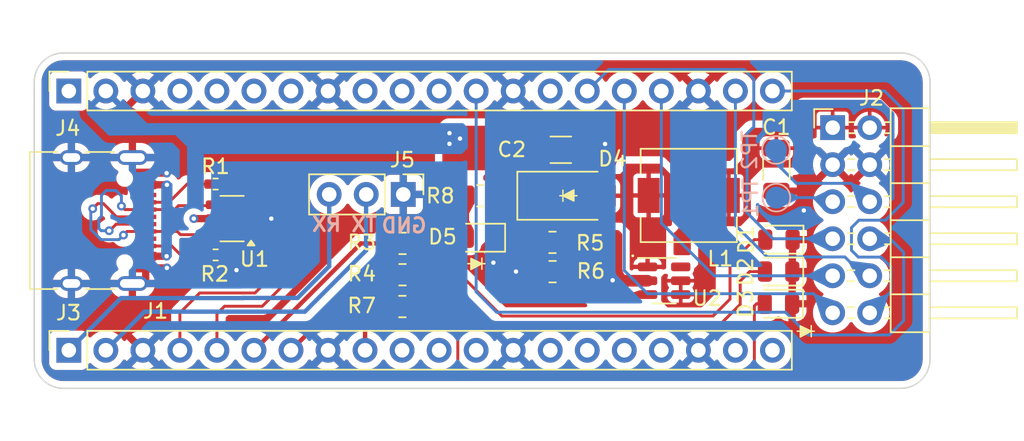
<source format=kicad_pcb>
(kicad_pcb (version 20241229) (generator "pcbnew") (generator_version "9.0")
  (layers (0 "F.Cu" signal) (2 "B.Cu" signal) (13 "F.Paste" user) (15 "B.Paste" user) (5 "F.SilkS" user "F.Silkscreen") (7 "B.SilkS" user "B.Silkscreen") (1 "F.Mask" user) (3 "B.Mask" user) (25 "Edge.Cuts" user))
  (net 0 "")
  (net 1 "GND")
  (net 2 "/MISO")
  (net 3 "Net-(D1-A)")
  (net 4 "/SCK")
  (net 5 "/MOSI")
  (net 6 "Net-(D2-A)")
  (net 7 "Net-(D3-A)")
  (net 8 "3.3V")
  (net 9 "5V")
  (net 10 "/SW_Node")
  (net 11 "Net-(J3-Pin_6)")
  (net 12 "Net-(J3-Pin_7)")
  (net 13 "/IRQn")
  (net 14 "/CSn")
  (net 15 "Net-(D5-A)")
  (net 16 "/CC2")
  (net 17 "/CC1")
  (net 18 "+5V")
  (net 20 "Net-(J1-D+-PadA6)")
  (net 21 "Net-(J1-D--PadA7)")
  (net 23 "Net-(J2-Pin_6)")
  (net 24 "Net-(J2-Pin_5)")
  (net 25 "/SPARE")
  (net 28 "Net-(J3-Pin_9)")
  (net 29 "/UART_RX")
  (net 30 "/UART_TX")
  (net 47 "Net-(U2-FBK)")
  (net 48 "/UP_D+")
  (net 49 "/UP_D-")
  (footprint "Resistor_SMD:R_0805_2012Metric" (layer "F.Cu") (at 147.7375 92.34)
    (property "Reference" "R3" (at -2.7925 -0.06 0) (layer "F.SilkS"))
    (property "Value" "1k2" (hide yes))
    (pad "1" smd roundrect (at -0.9125 0) (size 1.025 1.4) (layers "F.Cu" "F.Mask" "F.Paste") (roundrect_rratio 0.243902) (net 11 "Net-(J3-Pin_6)"))
    (pad "2" smd roundrect (at 0.9125 0) (size 1.025 1.4) (layers "F.Cu" "F.Mask" "F.Paste") (roundrect_rratio 0.243902) (net 3 "Net-(D1-A)"))
  )
  (footprint "LED_SMD:LED_0805_2012Metric" (layer "F.Cu") (at 153.09 91.95 180)
    (property "Reference" "D5" (at 2.61 0.06 0) (layer "F.SilkS"))
    (property "Value" "green")
    (pad "1" smd roundrect (at -0.9375 0 180) (size 0.975 1.4) (layers "F.Cu" "F.Mask" "F.Paste") (net 1 "GND"))
    (pad "2" smd roundrect (at 0.9375 0 180) (size 0.975 1.4) (layers "F.Cu" "F.Mask" "F.Paste") (net 15 "Net-(D5-A)"))
  )
  (footprint "Resistor_SMD:R_0805_2012Metric" (layer "F.Cu") (at 158.03 94.28 180)
    (property "Reference" "R6" (at -2.624329 0.03847 0) (layer "F.SilkS"))
    (property "Value" "30k")
    (pad "1" smd roundrect (at -0.9125 0 180) (size 1.025 1.4) (layers "F.Cu" "F.Mask" "F.Paste") (roundrect_rratio 0.243902439) (net 47 "Net-(U2-FBK)"))
    (pad "2" smd roundrect (at 0.9125 0 180) (size 1.025 1.4) (layers "F.Cu" "F.Mask" "F.Paste") (roundrect_rratio 0.243902439) (net 1 "GND"))
  )
  (footprint "Connector_PinSocket_2.54mm:PinSocket_1x20_P2.54mm_Vertical" (layer "F.Cu") (at 124.85 81.89 90)
    (property "Reference" "J4" (at -2.55 -0.07 180) (layer "F.SilkS"))
    (property "Value" "Conn_01x20_Pin")
    (pad "1" thru_hole rect (at 0 0 90) (size 1.7 1.7) (drill 1) (layers "*.Cu" "*.Mask"))
    (pad "2" thru_hole oval (at 0 2.54 90) (size 1.7 1.7) (drill 1) (layers "*.Cu" "*.Mask") (net 9 "5V"))
    (pad "3" thru_hole oval (at 0 5.08 90) (size 1.7 1.7) (drill 1) (layers "*.Cu" "*.Mask") (net 1 "GND"))
    (pad "4" thru_hole oval (at 0 7.62 90) (size 1.7 1.7) (drill 1) (layers "*.Cu" "*.Mask"))
    (pad "5" thru_hole oval (at 0 10.16 90) (size 1.7 1.7) (drill 1) (layers "*.Cu" "*.Mask"))
    (pad "6" thru_hole oval (at 0 12.7 90) (size 1.7 1.7) (drill 1) (layers "*.Cu" "*.Mask"))
    (pad "7" thru_hole oval (at 0 15.24 90) (size 1.7 1.7) (drill 1) (layers "*.Cu" "*.Mask"))
    (pad "8" thru_hole oval (at 0 17.78 90) (size 1.7 1.7) (drill 1) (layers "*.Cu" "*.Mask") (net 1 "GND"))
    (pad "9" thru_hole oval (at 0 20.32 90) (size 1.7 1.7) (drill 1) (layers "*.Cu" "*.Mask"))
    (pad "10" thru_hole oval (at 0 22.86 90) (size 1.7 1.7) (drill 1) (layers "*.Cu" "*.Mask"))
    (pad "11" thru_hole oval (at 0 25.4 90) (size 1.7 1.7) (drill 1) (layers "*.Cu" "*.Mask"))
    (pad "12" thru_hole oval (at 0 27.94 90) (size 1.7 1.7) (drill 1) (layers "*.Cu" "*.Mask") (net 13 "/IRQn"))
    (pad "13" thru_hole oval (at 0 30.48 90) (size 1.7 1.7) (drill 1) (layers "*.Cu" "*.Mask") (net 1 "GND"))
    (pad "14" thru_hole oval (at 0 33.02 90) (size 1.7 1.7) (drill 1) (layers "*.Cu" "*.Mask"))
    (pad "15" thru_hole oval (at 0 35.56 90) (size 1.7 1.7) (drill 1) (layers "*.Cu" "*.Mask") (net 25 "/SPARE"))
    (pad "16" thru_hole oval (at 0 38.1 90) (size 1.7 1.7) (drill 1) (layers "*.Cu" "*.Mask") (net 5 "/MOSI"))
    (pad "17" thru_hole oval (at 0 40.64 90) (size 1.7 1.7) (drill 1) (layers "*.Cu" "*.Mask") (net 4 "/SCK"))
    (pad "18" thru_hole oval (at 0 43.18 90) (size 1.7 1.7) (drill 1) (layers "*.Cu" "*.Mask") (net 1 "GND"))
    (pad "19" thru_hole oval (at 0 45.72 90) (size 1.7 1.7) (drill 1) (layers "*.Cu" "*.Mask") (net 14 "/CSn"))
    (pad "20" thru_hole oval (at 0 48.26 90) (size 1.7 1.7) (drill 1) (layers "*.Cu" "*.Mask") (net 2 "/MISO"))
  )
  (footprint "Connector_PinHeader_2.54mm:PinHeader_1x03_P2.54mm_Vertical" (layer "F.Cu") (at 147.79 88.98 -90)
    (property "Reference" "J5" (at -2.37 0.06 0) (layer "F.SilkS"))
    (property "Value" "Conn_01x03_Pin")
    (pad "1" thru_hole rect (at 0 0 270) (size 1.7 1.7) (drill 1) (layers "*.Cu" "*.Mask") (net 1 "GND"))
    (pad "2" thru_hole circle (at 0 2.54 270) (size 1.7 1.7) (drill 1) (layers "*.Cu" "*.Mask") (net 30 "/UART_TX"))
    (pad "3" thru_hole circle (at 0 5.08 270) (size 1.7 1.7) (drill 1) (layers "*.Cu" "*.Mask") (net 29 "/UART_RX"))
  )
  (footprint "LED_SMD:LED_0805_2012Metric" (layer "F.Cu") (at 173.52 96.48 180)
    (property "Reference" "D3" (at 2.25 0.01 90) (layer "F.SilkS"))
    (property "Value" "green")
    (pad "1" smd roundrect (at -0.9375 0 180) (size 0.975 1.4) (layers "F.Cu" "F.Mask" "F.Paste") (net 1 "GND"))
    (pad "2" smd roundrect (at 0.9375 0 180) (size 0.975 1.4) (layers "F.Cu" "F.Mask" "F.Paste") (net 7 "Net-(D3-A)"))
  )
  (footprint "Connector_PinHeader_2.54mm:PinHeader_2x06_P2.54mm_Horizontal" (layer "F.Cu") (at 177.24 84.4)
    (property "Reference" "J2" (at 2.66 -2.03 0) (layer "F.SilkS"))
    (property "Value" "PMOD")
    (pad "1" thru_hole rect (at 0 0) (size 1.7 1.7) (drill 1) (layers "*.Cu" "*.Mask") (net 8 "3.3V"))
    (pad "2" thru_hole oval (at 2.54 0) (size 1.7 1.7) (drill 1) (layers "*.Cu" "*.Mask") (net 8 "3.3V"))
    (pad "3" thru_hole oval (at 0 2.54) (size 1.7 1.7) (drill 1) (layers "*.Cu" "*.Mask") (net 1 "GND"))
    (pad "4" thru_hole oval (at 2.54 2.54) (size 1.7 1.7) (drill 1) (layers "*.Cu" "*.Mask") (net 1 "GND"))
    (pad "5" thru_hole oval (at 0 5.08) (size 1.7 1.7) (drill 1) (layers "*.Cu" "*.Mask") (net 24 "Net-(J2-Pin_5)"))
    (pad "6" thru_hole oval (at 2.54 5.08) (size 1.7 1.7) (drill 1) (layers "*.Cu" "*.Mask") (net 23 "Net-(J2-Pin_6)"))
    (pad "7" thru_hole oval (at 0 7.62) (size 1.7 1.7) (drill 1) (layers "*.Cu" "*.Mask") (net 25 "/SPARE"))
    (pad "8" thru_hole oval (at 2.54 7.62) (size 1.7 1.7) (drill 1) (layers "*.Cu" "*.Mask") (net 13 "/IRQn"))
    (pad "9" thru_hole oval (at 0 10.16) (size 1.7 1.7) (drill 1) (layers "*.Cu" "*.Mask") (net 4 "/SCK"))
    (pad "10" thru_hole oval (at 2.54 10.16) (size 1.7 1.7) (drill 1) (layers "*.Cu" "*.Mask") (net 14 "/CSn"))
    (pad "11" thru_hole oval (at 0 12.7) (size 1.7 1.7) (drill 1) (layers "*.Cu" "*.Mask") (net 5 "/MOSI"))
    (pad "12" thru_hole oval (at 2.54 12.7) (size 1.7 1.7) (drill 1) (layers "*.Cu" "*.Mask") (net 2 "/MISO"))
  )
  (footprint "Package_TO_SOT_SMD:SOT-23-6" (layer "F.Cu") (at 136.0475 90.64 180)
    (property "Reference" "U1" (at -1.5325 -2.78 0) (layer "F.SilkS"))
    (property "Value" "USBLC6-2SC6")
    (pad "1" smd roundrect (at -1.1375 -0.95 180) (size 1.325 0.6) (layers "F.Cu" "F.Mask" "F.Paste") (net 48 "/UP_D+"))
    (pad "2" smd roundrect (at -1.1375 0 180) (size 1.325 0.6) (layers "F.Cu" "F.Mask" "F.Paste") (net 1 "GND"))
    (pad "3" smd roundrect (at -1.1375 0.95 180) (size 1.325 0.6) (layers "F.Cu" "F.Mask" "F.Paste") (net 49 "/UP_D-"))
    (pad "4" smd roundrect (at 1.1375 0.95 180) (size 1.325 0.6) (layers "F.Cu" "F.Mask" "F.Paste") (net 21 "Net-(J1-D--PadA7)"))
    (pad "5" smd roundrect (at 1.1375 0 180) (size 1.325 0.6) (layers "F.Cu" "F.Mask" "F.Paste") (net 18 "+5V"))
    (pad "6" smd roundrect (at 1.1375 -0.95 180) (size 1.325 0.6) (layers "F.Cu" "F.Mask" "F.Paste") (net 20 "Net-(J1-D+-PadA6)"))
  )
  (footprint "Resistor_SMD:R_0805_2012Metric" (layer "F.Cu") (at 153.075 89.07 180)
    (property "Reference" "R8" (at 2.745 -0.01 0) (layer "F.SilkS"))
    (property "Value" "1k2")
    (pad "1" smd roundrect (at -0.9125 0 180) (size 1.025 1.4) (layers "F.Cu" "F.Mask" "F.Paste") (roundrect_rratio 0.243902439) (net 9 "5V"))
    (pad "2" smd roundrect (at 0.9125 0 180) (size 1.025 1.4) (layers "F.Cu" "F.Mask" "F.Paste") (roundrect_rratio 0.243902439) (net 15 "Net-(D5-A)"))
  )
  (footprint "LED_SMD:LED_0805_2012Metric" (layer "F.Cu") (at 173.535 94.27 180)
    (property "Reference" "D2" (at 2.27 -0.02 90) (layer "F.SilkS"))
    (property "Value" "green")
    (pad "1" smd roundrect (at -0.9375 0 180) (size 0.975 1.4) (layers "F.Cu" "F.Mask" "F.Paste") (net 1 "GND"))
    (pad "2" smd roundrect (at 0.9375 0 180) (size 0.975 1.4) (layers "F.Cu" "F.Mask" "F.Paste") (net 6 "Net-(D2-A)"))
  )
  (footprint "Inductor_SMD:L_6.3x6.3_H3" (layer "F.Cu") (at 167.37 89.05 180)
    (property "Reference" "L1" (at -2.16 -4.34 0) (layer "F.SilkS"))
    (property "Value" "4.7uH" (hide yes))
    (pad "1" smd rect (at -2.75 0 180) (size 1.5 2.4) (layers "F.Cu" "F.Mask" "F.Paste") (net 8 "3.3V"))
    (pad "2" smd rect (at 2.75 0 180) (size 1.5 2.4) (layers "F.Cu" "F.Mask" "F.Paste") (net 10 "/SW_Node"))
  )
  (footprint "Resistor_SMD:R_0805_2012Metric" (layer "F.Cu") (at 147.7375 94.49)
    (property "Reference" "R4" (at -2.7925 -0.06 0) (layer "F.SilkS"))
    (property "Value" "1k2" (hide yes))
    (pad "1" smd roundrect (at -0.9125 0) (size 1.025 1.4) (layers "F.Cu" "F.Mask" "F.Paste") (roundrect_rratio 0.243902) (net 12 "Net-(J3-Pin_7)"))
    (pad "2" smd roundrect (at 0.9125 0) (size 1.025 1.4) (layers "F.Cu" "F.Mask" "F.Paste") (roundrect_rratio 0.243902) (net 6 "Net-(D2-A)"))
  )
  (footprint "Resistor_SMD:R_0402_1005Metric" (layer "F.Cu") (at 134.92 93.13)
    (property "Reference" "R2" (at -0.06 1.31 0) (layer "F.SilkS"))
    (property "Value" "5k1")
    (pad "1" smd roundrect (at -0.51 0) (size 0.54 0.64) (layers "F.Cu" "F.Mask" "F.Paste") (net 16 "/CC2"))
    (pad "2" smd roundrect (at 0.51 0) (size 0.54 0.64) (layers "F.Cu" "F.Mask" "F.Paste") (net 1 "GND"))
  )
  (footprint "Connector_PinSocket_2.54mm:PinSocket_1x20_P2.54mm_Vertical" (layer "F.Cu") (at 124.85 99.67 90)
    (property "Reference" "J3" (at 2.57 -0.02 180) (layer "F.SilkS"))
    (property "Value" "Conn_01x20_Pin")
    (pad "1" thru_hole rect (at 0 0 90) (size 1.7 1.7) (drill 1) (layers "*.Cu" "*.Mask") (net 29 "/UART_RX"))
    (pad "2" thru_hole oval (at 0 2.54 90) (size 1.7 1.7) (drill 1) (layers "*.Cu" "*.Mask") (net 30 "/UART_TX"))
    (pad "3" thru_hole oval (at 0 5.08 90) (size 1.7 1.7) (drill 1) (layers "*.Cu" "*.Mask") (net 1 "GND"))
    (pad "4" thru_hole oval (at 0 7.62 90) (size 1.7 1.7) (drill 1) (layers "*.Cu" "*.Mask") (net 48 "/UP_D+"))
    (pad "5" thru_hole oval (at 0 10.16 90) (size 1.7 1.7) (drill 1) (layers "*.Cu" "*.Mask") (net 49 "/UP_D-"))
    (pad "6" thru_hole oval (at 0 12.7 90) (size 1.7 1.7) (drill 1) (layers "*.Cu" "*.Mask") (net 11 "Net-(J3-Pin_6)"))
    (pad "7" thru_hole oval (at 0 15.24 90) (size 1.7 1.7) (drill 1) (layers "*.Cu" "*.Mask") (net 12 "Net-(J3-Pin_7)"))
    (pad "8" thru_hole oval (at 0 17.78 90) (size 1.7 1.7) (drill 1) (layers "*.Cu" "*.Mask") (net 1 "GND"))
    (pad "9" thru_hole oval (at 0 20.32 90) (size 1.7 1.7) (drill 1) (layers "*.Cu" "*.Mask") (net 28 "Net-(J3-Pin_9)"))
    (pad "10" thru_hole oval (at 0 22.86 90) (size 1.7 1.7) (drill 1) (layers "*.Cu" "*.Mask"))
    (pad "11" thru_hole oval (at 0 25.4 90) (size 1.7 1.7) (drill 1) (layers "*.Cu" "*.Mask"))
    (pad "12" thru_hole oval (at 0 27.94 90) (size 1.7 1.7) (drill 1) (layers "*.Cu" "*.Mask"))
    (pad "13" thru_hole oval (at 0 30.48 90) (size 1.7 1.7) (drill 1) (layers "*.Cu" "*.Mask") (net 1 "GND"))
    (pad "14" thru_hole oval (at 0 33.02 90) (size 1.7 1.7) (drill 1) (layers "*.Cu" "*.Mask"))
    (pad "15" thru_hole oval (at 0 35.56 90) (size 1.7 1.7) (drill 1) (layers "*.Cu" "*.Mask"))
    (pad "16" thru_hole oval (at 0 38.1 90) (size 1.7 1.7) (drill 1) (layers "*.Cu" "*.Mask"))
    (pad "17" thru_hole oval (at 0 40.64 90) (size 1.7 1.7) (drill 1) (layers "*.Cu" "*.Mask"))
    (pad "18" thru_hole oval (at 0 43.18 90) (size 1.7 1.7) (drill 1) (layers "*.Cu" "*.Mask") (net 1 "GND"))
    (pad "19" thru_hole oval (at 0 45.72 90) (size 1.7 1.7) (drill 1) (layers "*.Cu" "*.Mask"))
    (pad "20" thru_hole oval (at 0 48.26 90) (size 1.7 1.7) (drill 1) (layers "*.Cu" "*.Mask"))
  )
  (footprint "Resistor_SMD:R_0805_2012Metric" (layer "F.Cu") (at 158.0225 92.27)
    (property "Reference" "R5" (at 2.581829 0.04153 0) (layer "F.SilkS"))
    (property "Value" "220k")
    (pad "1" smd roundrect (at -0.9125 0) (size 1.025 1.4) (layers "F.Cu" "F.Mask" "F.Paste") (roundrect_rratio 0.243902439) (net 9 "5V"))
    (pad "2" smd roundrect (at 0.9125 0) (size 1.025 1.4) (layers "F.Cu" "F.Mask" "F.Paste") (roundrect_rratio 0.243902439) (net 47 "Net-(U2-FBK)"))
  )
  (footprint "Diode_SMD:D_SMA" (layer "F.Cu") (at 159.12 89.07)
    (property "Reference" "D4" (at 3.02 -2.53 0) (layer "F.SilkS"))
    (property "Value" "SS34")
    (pad "1" smd roundrect (at -2 0) (size 2.5 1.8) (layers "F.Cu" "F.Mask" "F.Paste") (roundrect_rratio 0.1388888889) (net 9 "5V"))
    (pad "2" smd roundrect (at 2 0) (size 2.5 1.8) (layers "F.Cu" "F.Mask" "F.Paste") (roundrect_rratio 0.1388888889) (net 10 "/SW_Node"))
  )
  (footprint "Resistor_SMD:R_0805_2012Metric" (layer "F.Cu") (at 147.7275 96.67)
    (property "Reference" "R7" (at -2.7925 -0.06 0) (layer "F.SilkS"))
    (property "Value" "1k2" (hide yes))
    (pad "1" smd roundrect (at -0.9125 0) (size 1.025 1.4) (layers "F.Cu" "F.Mask" "F.Paste") (roundrect_rratio 0.243902) (net 28 "Net-(J3-Pin_9)"))
    (pad "2" smd roundrect (at 0.9125 0) (size 1.025 1.4) (layers "F.Cu" "F.Mask" "F.Paste") (roundrect_rratio 0.243902) (net 7 "Net-(D3-A)"))
  )
  (footprint "Capacitor_SMD:C_1206_3216Metric" (layer "F.Cu") (at 158.595 85.92)
    (property "Reference" "C2" (at -3.365 -0.02 180) (layer "F.SilkS"))
    (property "Value" "22uF" (hide yes))
    (pad "1" smd roundrect (at -1.475 0) (size 1.15 1.8) (layers "F.Cu" "F.Mask" "F.Paste") (roundrect_rratio 0.2173913043) (net 9 "5V"))
    (pad "2" smd roundrect (at 1.475 0) (size 1.15 1.8) (layers "F.Cu" "F.Mask" "F.Paste") (roundrect_rratio 0.2173913043) (net 1 "GND"))
  )
  (footprint "LED_SMD:LED_0805_2012Metric" (layer "F.Cu") (at 173.555 92.08 180)
    (property "Reference" "D1" (at 2.255 -0.01 90) (layer "F.SilkS"))
    (property "Value" "green")
    (pad "1" smd roundrect (at -0.9375 0 180) (size 0.975 1.4) (layers "F.Cu" "F.Mask" "F.Paste") (net 1 "GND"))
    (pad "2" smd roundrect (at 0.9375 0 180) (size 0.975 1.4) (layers "F.Cu" "F.Mask" "F.Paste") (net 3 "Net-(D1-A)"))
  )
  (footprint "Package_TO_SOT_SMD:SOT-23-6" (layer "F.Cu") (at 165.6825 94.9)
    (property "Reference" "U2" (at 2.9525 1.2 0) (layer "F.SilkS"))
    (property "Value" "EA2208" (hide yes))
    (pad "1" smd roundrect (at -1.1375 -0.95) (size 1.325 0.6) (layers "F.Cu" "F.Mask" "F.Paste") (net 10 "/SW_Node"))
    (pad "2" smd roundrect (at -1.1375 0) (size 1.325 0.6) (layers "F.Cu" "F.Mask" "F.Paste") (net 1 "GND"))
    (pad "3" smd roundrect (at -1.1375 0.95) (size 1.325 0.6) (layers "F.Cu" "F.Mask" "F.Paste") (net 47 "Net-(U2-FBK)"))
    (pad "4" smd roundrect (at 1.1375 0.95) (size 1.325 0.6) (layers "F.Cu" "F.Mask" "F.Paste") (net 8 "3.3V"))
    (pad "5" smd roundrect (at 1.1375 0) (size 1.325 0.6) (layers "F.Cu" "F.Mask" "F.Paste") (net 8 "3.3V"))
    (pad "6" smd roundrect (at 1.1375 -0.95) (size 1.325 0.6) (layers "F.Cu" "F.Mask" "F.Paste"))
  )
  (footprint "Connector_USB:USB_C_Receptacle_HRO_TYPE-C-31-M-12" (layer "F.Cu") (at 126.08 90.77 -90)
    (property "Reference" "J1" (at 6.21 -4.72 0) (layer "F.SilkS"))
    (property "Value" "USB_C_Receptacle_USB2.0")
    (pad "" np_thru_hole circle (at -2.89 -2.6 270) (size 0.65 0.65) (drill 0.65) (layers "*.Cu" "*.Mask"))
    (pad "" np_thru_hole circle (at 2.89 -2.6 270) (size 0.65 0.65) (drill 0.65) (layers "*.Cu" "*.Mask"))
    (pad "A1" smd rect (at -3.25 -4.045 270) (size 0.6 1.45) (layers "F.Cu" "F.Mask" "F.Paste") (net 1 "GND"))
    (pad "A4" smd rect (at -2.45 -4.045 270) (size 0.6 1.45) (layers "F.Cu" "F.Mask" "F.Paste") (net 9 "5V"))
    (pad "A5" smd rect (at -1.25 -4.045 270) (size 0.3 1.45) (layers "F.Cu" "F.Mask" "F.Paste") (net 17 "/CC1"))
    (pad "A6" smd rect (at -0.25 -4.045 270) (size 0.3 1.45) (layers "F.Cu" "F.Mask" "F.Paste") (net 20 "Net-(J1-D+-PadA6)"))
    (pad "A7" smd rect (at 0.25 -4.045 270) (size 0.3 1.45) (layers "F.Cu" "F.Mask" "F.Paste") (net 21 "Net-(J1-D--PadA7)"))
    (pad "A8" smd rect (at 1.25 -4.045 270) (size 0.3 1.45) (layers "F.Cu" "F.Mask" "F.Paste"))
    (pad "A9" smd rect (at 2.45 -4.045 270) (size 0.6 1.45) (layers "F.Cu" "F.Mask" "F.Paste") (net 9 "5V"))
    (pad "A12" smd rect (at 3.25 -4.045 270) (size 0.6 1.45) (layers "F.Cu" "F.Mask" "F.Paste") (net 1 "GND"))
    (pad "B1" smd rect (at 3.25 -4.045 270) (size 0.6 1.45) (layers "F.Cu" "F.Mask" "F.Paste") (net 1 "GND"))
    (pad "B4" smd rect (at 2.45 -4.045 270) (size 0.6 1.45) (layers "F.Cu" "F.Mask" "F.Paste") (net 9 "5V"))
    (pad "B5" smd rect (at 1.75 -4.045 270) (size 0.3 1.45) (layers "F.Cu" "F.Mask" "F.Paste") (net 16 "/CC2"))
    (pad "B6" smd rect (at 0.75 -4.045 270) (size 0.3 1.45) (layers "F.Cu" "F.Mask" "F.Paste") (net 20 "Net-(J1-D+-PadA6)"))
    (pad "B7" smd rect (at -0.75 -4.045 270) (size 0.3 1.45) (layers "F.Cu" "F.Mask" "F.Paste") (net 21 "Net-(J1-D--PadA7)"))
    (pad "B8" smd rect (at -1.75 -4.045 270) (size 0.3 1.45) (layers "F.Cu" "F.Mask" "F.Paste"))
    (pad "B9" smd rect (at -2.45 -4.045 270) (size 0.6 1.45) (layers "F.Cu" "F.Mask" "F.Paste") (net 9 "5V"))
    (pad "B12" smd rect (at -3.25 -4.045 270) (size 0.6 1.45) (layers "F.Cu" "F.Mask" "F.Paste") (net 1 "GND"))
    (pad "S1" thru_hole oval (at -4.32 -3.13 270) (size 1 2.1) (drill oval 0.6 1.7) (property pad_prop_heatsink) (layers "*.Cu" "*.Mask") (net 1 "GND"))
    (pad "S1" thru_hole oval (at -4.32 1.05 270) (size 1 1.6) (drill oval 0.6 1.2) (property pad_prop_heatsink) (layers "*.Cu" "*.Mask") (net 1 "GND"))
    (pad "S1" thru_hole oval (at 4.32 -3.13 270) (size 1 2.1) (drill oval 0.6 1.7) (property pad_prop_heatsink) (layers "*.Cu" "*.Mask") (net 1 "GND"))
    (pad "S1" thru_hole oval (at 4.32 1.05 270) (size 1 1.6) (drill oval 0.6 1.2) (property pad_prop_heatsink) (layers "*.Cu" "*.Mask") (net 1 "GND"))
  )
  (footprint "Capacitor_SMD:C_1206_3216Metric" (layer "F.Cu") (at 173.38 87.285 -90)
    (property "Reference" "C1" (at -2.91 0 0) (layer "F.SilkS"))
    (property "Value" "22uF")
    (pad "1" smd roundrect (at -1.475 0 270) (size 1.15 1.8) (layers "F.Cu" "F.Mask" "F.Paste") (roundrect_rratio 0.2173913043) (net 8 "3.3V"))
    (pad "2" smd roundrect (at 1.475 0 270) (size 1.15 1.8) (layers "F.Cu" "F.Mask" "F.Paste") (roundrect_rratio 0.2173913043) (net 1 "GND"))
  )
  (footprint "Resistor_SMD:R_0402_1005Metric" (layer "F.Cu") (at 134.92 88.27)
    (property "Reference" "R1" (at -0.01 -1.21 0) (layer "F.SilkS"))
    (property "Value" "5k1")
    (pad "1" smd roundrect (at -0.51 0) (size 0.54 0.64) (layers "F.Cu" "F.Mask" "F.Paste") (net 17 "/CC1"))
    (pad "2" smd roundrect (at 0.51 0) (size 0.54 0.64) (layers "F.Cu" "F.Mask" "F.Paste") (net 1 "GND"))
  )
  (footprint "TestPoint:TestPoint_Pad_D1.5mm" (layer "B.Cu") (at 173.35 85.93 180)
    (property "Reference" "TP2" (hide yes))
    (property "Value" "TestPoint")
    (fp_text user "${REFERENCE}" (at 1.81 -0.02 90) (layer "B.SilkS") (effects (justify mirror)))
    (pad "1" smd circle (at 0 0 180) (size 1.5 1.5) (layers "B.Cu" "B.Mask") (net 23 "Net-(J2-Pin_6)"))
  )
  (footprint "TestPoint:TestPoint_Pad_D1.5mm" (layer "B.Cu") (at 173.38 89.2 180)
    (property "Reference" "TP1" (hide yes))
    (property "Value" "TestPoint" (hide yes))
    (fp_text user "${REFERENCE}" (at 1.77 -0.02 90) (layer "B.SilkS") (effects (justify mirror)))
    (pad "1" smd circle (at 0 0 180) (size 1.5 1.5) (layers "B.Cu" "B.Mask") (net 24 "Net-(J2-Pin_5)"))
  )
  (gr_line (start 175.98 98.36) (end 174.81 98.36) (stroke (width 0.1)) (layer "F.SilkS"))
  (gr_poly (pts (xy 153.18 93.73) (xy 152.43 94.13) (xy 152.43 93.37)) (stroke (width 0.1)) (fill yes) (layer "F.SilkS"))
  (gr_line (start 153.39 93.73) (end 152.22 93.73) (stroke (width 0.1)) (layer "F.SilkS"))
  (gr_line (start 175.77 98.74) (end 175.77 97.98) (stroke (width 0.1)) (layer "F.SilkS"))
  (gr_circle (center 163.53 93.19) (end 163.5 93.15) (stroke (width 0.1)) (fill no) (layer "F.SilkS"))
  (gr_poly (pts (xy 175.77 98.36) (xy 175.02 98.76) (xy 175.02 98)) (stroke (width 0.1)) (fill yes) (layer "F.SilkS"))
  (gr_line (start 158.53 89.07) (end 159.7 89.07) (stroke (width 0.1)) (layer "F.SilkS"))
  (gr_line (start 158.74 88.69) (end 158.74 89.45) (stroke (width 0.1)) (layer "F.SilkS"))
  (gr_poly (pts (xy 158.74 89.07) (xy 159.49 88.67) (xy 159.49 89.43)) (stroke (width 0.1)) (fill yes) (layer "F.SilkS"))
  (gr_line (start 153.18 94.11) (end 153.18 93.35) (stroke (width 0.1)) (layer "F.SilkS"))
  (gr_line (start 122.48 100.28) (end 122.48 81.28) (stroke (width 0.1)) (layer "Edge.Cuts"))
  (gr_arc (start 183.915786 100.28) (mid 183.33 101.694214) (end 181.915786 102.28) (stroke (width 0.1)) (layer "Edge.Cuts"))
  (gr_arc (start 181.915786 79.28) (mid 183.33 79.865786) (end 183.915786 81.28) (stroke (width 0.1)) (layer "Edge.Cuts"))
  (gr_line (start 183.915786 81.28) (end 183.915786 100.28) (stroke (width 0.1)) (layer "Edge.Cuts"))
  (gr_line (start 124.48 102.28) (end 181.915786 102.279985) (stroke (width 0.1)) (layer "Edge.Cuts"))
  (gr_arc (start 124.48 102.28) (mid 123.065786 101.694214) (end 122.48 100.28) (stroke (width 0.1)) (layer "Edge.Cuts"))
  (gr_line (start 124.48 79.28) (end 181.915786 79.28) (stroke (width 0.1)) (layer "Edge.Cuts"))
  (gr_arc (start 122.48 81.28) (mid 123.065786 79.865786) (end 124.48 79.28) (stroke (width 0.1)) (layer "Edge.Cuts"))
  (gr_text "TX\n" (at 146.1 91.62 0) (layer "B.SilkS") (effects (font (size 1 1) (thickness 0.2) (bold yes)) (justify left bottom mirror)))
  (gr_text "GND" (at 149.5 91.7 0) (layer "B.SilkS") (effects (font (size 1 1) (thickness 0.2) (bold yes)) (justify left bottom mirror)))
  (gr_text "RX" (at 143.64 91.6 0) (layer "B.SilkS") (effects (font (size 1 1) (thickness 0.2) (bold yes)) (justify left bottom mirror)))
  (segment (start 164.545 94.9) (end 162.18 94.9) (width 0.8) (layer "F.Cu") (net 1))
  (segment (start 137.185 90.64) (end 138.74 90.64) (width 0.5) (layer "F.Cu") (net 1))
  (segment (start 154.0275 93.6025) (end 153.97 93.66) (width 0.3) (layer "F.Cu") (net 1))
  (segment (start 162.18 94.9) (end 162.15 94.87) (width 0.8) (layer "F.Cu") (net 1))
  (segment (start 130.125 94.02) (end 131.58 94.02) (width 0.5) (layer "F.Cu") (net 1))
  (segment (start 130.125 87.52) (end 131.56 87.52) (width 0.5) (layer "F.Cu") (net 1))
  (via (at 136.35 94.17) (size 0.6) (drill 0.3) (layers "F.Cu" "B.Cu") (net 1))
  (via (at 175.26 90.08) (size 0.6) (drill 0.3) (layers "F.Cu" "B.Cu") (net 1))
  (via (at 131.58 94.02) (size 0.6) (drill 0.3) (layers "F.Cu" "B.Cu") (net 1))
  (via (at 161.63 85.52) (size 0.6) (drill 0.3) (layers "F.Cu" "B.Cu") (net 1))
  (via (at 162.15 94.87) (size 0.6) (drill 0.3) (layers "F.Cu" "B.Cu") (net 1))
  (via (at 153.97 93.66) (size 0.6) (drill 0.3) (layers "F.Cu" "B.Cu") (net 1))
  (via (at 131.56 87.52) (size 0.6) (drill 0.3) (layers "F.Cu" "B.Cu") (net 1))
  (via (at 155.52 94.27) (size 0.6) (drill 0.3) (layers "F.Cu" "B.Cu") (net 1))
  (via (at 138.74 90.64) (size 0.6) (drill 0.3) (layers "F.Cu" "B.Cu") (net 1))
  (segment (start 182.08 89.53) (end 182.08 83.16) (width 0.2) (layer "B.Cu") (net 2))
  (segment (start 182.08 83.16) (end 180.81 81.89) (width 0.2) (layer "B.Cu") (net 2))
  (segment (start 178.53 91.26) (end 179.04 90.75) (width 0.2) (layer "B.Cu") (net 2))
  (segment (start 180.57 93.28) (end 179 93.28) (width 0.2) (layer "B.Cu") (net 2))
  (segment (start 181.23 93.94) (end 180.57 93.28) (width 0.2) (layer "B.Cu") (net 2))
  (segment (start 179.78 97.1) (end 181.23 95.65) (width 0.2) (layer "B.Cu") (net 2))
  (segment (start 179 93.28) (end 178.53 92.81) (width 0.2) (layer "B.Cu") (net 2))
  (segment (start 180.81 81.89) (end 173.11 81.89) (width 0.2) (layer "B.Cu") (net 2))
  (segment (start 181.23 95.65) (end 181.23 93.94) (width 0.2) (layer "B.Cu") (net 2))
  (segment (start 179.04 90.75) (end 180.86 90.75) (width 0.2) (layer "B.Cu") (net 2))
  (segment (start 180.86 90.75) (end 182.08 89.53) (width 0.2) (layer "B.Cu") (net 2))
  (segment (start 178.53 92.81) (end 178.53 91.26) (width 0.2) (layer "B.Cu") (net 2))
  (segment (start 171.87 92.08) (end 172.6175 92.08) (width 0.2) (layer "F.Cu") (net 3))
  (segment (start 149.57 92.34) (end 154.55 97.32) (width 0.2) (layer "F.Cu") (net 3))
  (segment (start 148.65 92.34) (end 149.57 92.34) (width 0.2) (layer "F.Cu") (net 3))
  (segment (start 154.55 97.32) (end 169.04 97.32) (width 0.2) (layer "F.Cu") (net 3))
  (segment (start 172.61 92.08) (end 172.6175 92.08) (width 0.3) (layer "F.Cu") (net 3))
  (segment (start 170.2 96.16) (end 170.2 93.75) (width 0.2) (layer "F.Cu") (net 3))
  (segment (start 170.2 93.75) (end 171.87 92.08) (width 0.2) (layer "F.Cu") (net 3))
  (segment (start 169.04 97.32) (end 170.2 96.16) (width 0.2) (layer "F.Cu") (net 3))
  (segment (start 169.11 94.56) (end 177.24 94.56) (width 0.2) (layer "B.Cu") (net 4))
  (segment (start 165.49 81.89) (end 165.49 90.94) (width 0.2) (layer "B.Cu") (net 4))
  (segment (start 165.49 90.94) (end 169.11 94.56) (width 0.2) (layer "B.Cu") (net 4))
  (segment (start 177.24 97.1) (end 175.93 95.79) (width 0.2) (layer "B.Cu") (net 5))
  (segment (start 164.54 95.79) (end 162.95 94.2) (width 0.2) (layer "B.Cu") (net 5))
  (segment (start 175.93 95.79) (end 164.54 95.79) (width 0.2) (layer "B.Cu") (net 5))
  (segment (start 162.95 94.2) (end 162.95 81.89) (width 0.2) (layer "B.Cu") (net 5))
  (segment (start 150.08 94.49) (end 148.65 94.49) (width 0.2) (layer "F.Cu") (net 6))
  (segment (start 153.7 98.11) (end 150.08 94.49) (width 0.2) (layer "F.Cu") (net 6))
  (segment (start 171.55 94.27) (end 170.9 94.92) (width 0.2) (layer "F.Cu") (net 6))
  (segment (start 170.9 96.52) (end 169.31 98.11) (width 0.2) (layer "F.Cu") (net 6))
  (segment (start 170.9 94.92) (end 170.9 96.52) (width 0.2) (layer "F.Cu") (net 6))
  (segment (start 172.59 94.27) (end 172.5975 94.27) (width 0.3) (layer "F.Cu") (net 6))
  (segment (start 169.31 98.11) (end 153.7 98.11) (width 0.2) (layer "F.Cu") (net 6))
  (segment (start 172.59 94.2775) (end 172.59 94.27) (width 0.3) (layer "F.Cu") (net 6))
  (segment (start 172.5975 94.27) (end 171.55 94.27) (width 0.2) (layer "F.Cu") (net 6))
  (segment (start 171.87 100.54) (end 171.87 96.63) (width 0.2) (layer "F.Cu") (net 7))
  (segment (start 152.13 101.08) (end 171.33 101.08) (width 0.2) (layer "F.Cu") (net 7))
  (segment (start 151.53 100.48) (end 152.13 101.08) (width 0.2) (layer "F.Cu") (net 7))
  (segment (start 148.64 96.67) (end 150.87 96.67) (width 0.2) (layer "F.Cu") (net 7))
  (segment (start 151.53 97.33) (end 151.53 100.48) (width 0.2) (layer "F.Cu") (net 7))
  (segment (start 171.87 96.63) (end 172.02 96.48) (width 0.2) (layer "F.Cu") (net 7))
  (segment (start 172.02 96.48) (end 172.5825 96.48) (width 0.2) (layer "F.Cu") (net 7))
  (segment (start 150.87 96.67) (end 151.53 97.33) (width 0.2) (layer "F.Cu") (net 7))
  (segment (start 171.33 101.08) (end 171.87 100.54) (width 0.2) (layer "F.Cu") (net 7))
  (segment (start 173.38 85.81) (end 173.56 85.81) (width 0.8) (layer "F.Cu") (net 8))
  (segment (start 177.515 84.675) (end 177.3 84.46) (width 0.8) (layer "F.Cu") (net 8))
  (segment (start 131.579993 88.32) (end 131.580247 88.319746) (width 0.5) (layer "F.Cu") (net 9))
  (segment (start 130.125 93.22) (end 131.56 93.22) (width 0.5) (layer "F.Cu") (net 9))
  (segment (start 154.23 89.21) (end 154.24 89.2) (width 0.3) (layer "F.Cu") (net 9))
  (segment (start 130.125 88.32) (end 131.579993 88.32) (width 0.5) (layer "F.Cu") (net 9))
  (segment (start 157.11 89.08) (end 157.12 89.07) (width 0.8) (layer "F.Cu") (net 9))
  (via (at 150.96 85.51) (size 0.6) (drill 0.3) (layers "F.Cu" "B.Cu") (net 9))
  (via (at 150.96 84.78) (size 0.6) (drill 0.3) (layers "F.Cu" "B.Cu") (net 9))
  (via (at 151.68 85.15) (size 0.6) (drill 0.3) (layers "F.Cu" "B.Cu") (net 9))
  (via (at 131.56 93.22) (size 0.6) (drill 0.3) (layers "F.Cu" "B.Cu") (net 9))
  (via (at 131.580247 88.319746) (size 0.6) (drill 0.3) (layers "F.Cu" "B.Cu") (net 9))
  (segment (start 131.56 88.339993) (end 131.580247 88.319746) (width 0.5) (layer "B.Cu") (net 9))
  (segment (start 161.14 89.05) (end 161.12 89.07) (width 0.8) (layer "F.Cu") (net 10))
  (segment (start 164.545 89.125) (end 164.62 89.05) (width 0.8) (layer "F.Cu") (net 10))
  (segment (start 144.89 92.34) (end 146.825 92.34) (width 0.3) (layer "F.Cu") (net 11))
  (segment (start 137.56 99.67) (end 144.89 92.34) (width 0.3) (layer "F.Cu") (net 11))
  (segment (start 137.55 99.67) (end 137.56 99.67) (width 0.3) (layer "F.Cu") (net 11))
  (segment (start 145.27 94.49) (end 146.825 94.49) (width 0.3) (layer "F.Cu") (net 12))
  (segment (start 140.09 99.67) (end 145.27 94.49) (width 0.3) (layer "F.Cu") (net 12))
  (segment (start 146.825 94.51) (end 146.825 94.49) (width 0.3) (layer "F.Cu") (net 12))
  (segment (start 152.79 81.89) (end 152.79 95.66) (width 0.2) (layer "B.Cu") (net 13))
  (segment (start 181.13 98.62) (end 182.11 97.64) (width 0.2) (layer "B.Cu") (net 13))
  (segment (start 182.11 92.95) (end 181.18 92.02) (width 0.2) (layer "B.Cu") (net 13))
  (segment (start 175.57 98.62) (end 181.13 98.62) (width 0.2) (layer "B.Cu") (net 13))
  (segment (start 181.18 92.02) (end 179.78 92.02) (width 0.2) (layer "B.Cu") (net 13))
  (segment (start 182.11 97.64) (end 182.11 92.95) (width 0.2) (layer "B.Cu") (net 13))
  (segment (start 152.79 95.66) (end 154.19 97.06) (width 0.2) (layer "B.Cu") (net 13))
  (segment (start 174.01 97.06) (end 175.57 98.62) (width 0.2) (layer "B.Cu") (net 13))
  (segment (start 154.19 97.06) (end 174.01 97.06) (width 0.2) (layer "B.Cu") (net 13))
  (segment (start 179.37 94.56) (end 178.08 93.27) (width 0.2) (layer "B.Cu") (net 14))
  (segment (start 172.75 93.27) (end 170.57 91.09) (width 0.2) (layer "B.Cu") (net 14))
  (segment (start 178.08 93.27) (end 172.75 93.27) (width 0.2) (layer "B.Cu") (net 14))
  (segment (start 179.78 94.56) (end 179.37 94.56) (width 0.2) (layer "B.Cu") (net 14))
  (segment (start 170.57 91.09) (end 170.57 81.89) (width 0.2) (layer "B.Cu") (net 14))
  (segment (start 152.1525 91.95) (end 152.1525 89.08) (width 0.3) (layer "F.Cu") (net 15))
  (segment (start 152.1525 89.08) (end 152.1625 89.07) (width 0.3) (layer "F.Cu") (net 15))
  (segment (start 131.91 92.52) (end 132.52 93.13) (width 0.2) (layer "F.Cu") (net 16))
  (segment (start 132.52 93.13) (end 134.41 93.13) (width 0.2) (layer "F.Cu") (net 16))
  (segment (start 130.125 92.52) (end 131.91 92.52) (width 0.2) (layer "F.Cu") (net 16))
  (segment (start 132.97 88.27) (end 134.41 88.27) (width 0.2) (layer "F.Cu") (net 17))
  (segment (start 130.125 89.52) (end 131.72 89.52) (width 0.2) (layer "F.Cu") (net 17))
  (segment (start 131.72 89.52) (end 132.97 88.27) (width 0.2) (layer "F.Cu") (net 17))
  (segment (start 134.91 90.64) (end 133.42 90.64) (width 0.5) (layer "F.Cu") (net 18))
  (via (at 133.42 90.64) (size 0.6) (drill 0.3) (layers "F.Cu" "B.Cu") (net 18))
  (segment (start 133.42 90.64) (end 133.39 90.61) (width 0.5) (layer "B.Cu") (net 18))
  (segment (start 126.49 89.96) (end 126.84 89.61) (width 0.2) (layer "F.Cu") (net 20))
  (segment (start 133.82 91.74) (end 134.76 91.74) (width 0.2) (layer "F.Cu") (net 20))
  (segment (start 130.125 91.52) (end 132.29 91.52) (width 0.2) (layer "F.Cu") (net 20))
  (segment (start 134.76 91.74) (end 134.91 91.59) (width 0.2) (layer "F.Cu") (net 20))
  (segment (start 128.85 91.52) (end 128.6 91.77) (width 0.2) (layer "F.Cu") (net 20))
  (segment (start 128.89 91.52) (end 128.85 91.52) (width 0.2) (layer "F.Cu") (net 20))
  (segment (start 128.12 90.52) (end 130.125 90.52) (width 0.2) (layer "F.Cu") (net 20))
  (segment (start 132.51 91.74) (end 133.82 91.74) (width 0.2) (layer "F.Cu") (net 20))
  (segment (start 129.16 91.52) (end 128.89 91.52) (width 0.2) (layer "F.Cu") (net 20))
  (segment (start 127.83 90.23) (end 128.12 90.52) (width 0.2) (layer "F.Cu") (net 20))
  (segment (start 127.83 90.22) (end 127.83 90.23) (width 0.2) (layer "F.Cu") (net 20))
  (segment (start 132.29 91.52) (end 132.51 91.74) (width 0.2) (layer "F.Cu") (net 20))
  (segment (start 127.22 89.61) (end 127.83 90.22) (width 0.2) (layer "F.Cu") (net 20))
  (segment (start 126.84 89.61) (end 127.22 89.61) (width 0.2) (layer "F.Cu") (net 20))
  (segment (start 130.125 91.52) (end 129.16 91.52) (width 0.2) (layer "F.Cu") (net 20))
  (via (at 126.49 89.96) (size 0.6) (drill 0.3) (layers "F.Cu" "B.Cu") (net 20))
  (via (at 128.6 91.77) (size 0.6) (drill 0.3) (layers "F.Cu" "B.Cu") (net 20))
  (segment (start 126.36 90.09) (end 126.36 91.38) (width 0.2) (layer "B.Cu") (net 20))
  (segment (start 126.36 91.38) (end 127.06 92.08) (width 0.2) (layer "B.Cu") (net 20))
  (segment (start 128.29 92.08) (end 128.6 91.77) (width 0.2) (layer "B.Cu") (net 20))
  (segment (start 127.06 92.08) (end 128.29 92.08) (width 0.2) (layer "B.Cu") (net 20))
  (segment (start 126.49 89.96) (end 126.36 90.09) (width 0.2) (layer "B.Cu") (net 20))
  (segment (start 134.85 89.75) (end 132.38 89.75) (width 0.2) (layer "F.Cu") (net 21))
  (segment (start 128.88 90.02) (end 128.7 90.02) (width 0.2) (layer "F.Cu") (net 21))
  (segment (start 128.88 90.02) (end 130.125 90.02) (width 0.2) (layer "F.Cu") (net 21))
  (segment (start 132.38 89.75) (end 132.11 90.02) (width 0.2) (layer "F.Cu") (net 21))
  (segment (start 134.91 89.69) (end 134.85 89.75) (width 0.2) (layer "F.Cu") (net 21))
  (segment (start 128.1 91.02) (end 130.125 91.02) (width 0.2) (layer "F.Cu") (net 21))
  (segment (start 127.65 91.47) (end 128.1 91.02) (width 0.2) (layer "F.Cu") (net 21))
  (segment (start 127.62 91.47) (end 127.65 91.47) (width 0.2) (layer "F.Cu") (net 21))
  (segment (start 132.11 90.02) (end 130.125 90.02) (width 0.2) (layer "F.Cu") (net 21))
  (segment (start 128.7 90.02) (end 128.46 89.78) (width 0.2) (layer "F.Cu") (net 21))
  (via (at 127.62 91.47) (size 0.6) (drill 0.3) (layers "F.Cu" "B.Cu") (net 21))
  (via (at 128.46 89.78) (size 0.6) (drill 0.3) (layers "F.Cu" "B.Cu") (net 21))
  (segment (start 127.07 91.47) (end 126.91 91.31) (width 0.2) (layer "B.Cu") (net 21))
  (segment (start 126.91 91.31) (end 126.91 90.66) (width 0.2) (layer "B.Cu") (net 21))
  (segment (start 126.91 90.66) (end 127.091 90.479) (width 0.2) (layer "B.Cu") (net 21))
  (segment (start 127.62 91.47) (end 127.07 91.47) (width 0.2) (layer "B.Cu") (net 21))
  (segment (start 128.08 88.71) (end 128.46 89.09) (width 0.2) (layer "B.Cu") (net 21))
  (segment (start 127.091 89.039) (end 127.42 88.71) (width 0.2) (layer "B.Cu") (net 21))
  (segment (start 128.46 89.09) (end 128.46 89.78) (width 0.2) (layer "B.Cu") (net 21))
  (segment (start 127.091 90.479) (end 127.091 89.039) (width 0.2) (layer "B.Cu") (net 21))
  (segment (start 127.42 88.71) (end 128.08 88.71) (width 0.2) (layer "B.Cu") (net 21))
  (segment (start 173.35 86.82) (end 173.35 85.93) (width 0.2) (layer "B.Cu") (net 23))
  (segment (start 179.78 89.48) (end 178.52 88.22) (width 0.2) (layer "B.Cu") (net 23))
  (segment (start 174.75 88.22) (end 173.35 86.82) (width 0.2) (layer "B.Cu") (net 23))
  (segment (start 178.52 88.22) (end 174.75 88.22) (width 0.2) (layer "B.Cu") (net 23))
  (segment (start 176.24 89.48) (end 175.96 89.2) (width 0.2) (layer "B.Cu") (net 24))
  (segment (start 177.24 89.48) (end 176.24 89.48) (width 0.2) (layer "B.Cu") (net 24))
  (segment (start 175.96 89.2) (end 173.38 89.2) (width 0.2) (layer "B.Cu") (net 24))
  (segment (start 171.37 90.24) (end 173.15 92.02) (width 0.2) (layer "B.Cu") (net 25))
  (segment (start 171.83 81.07) (end 171.83 84.35) (width 0.2) (layer "B.Cu") (net 25))
  (segment (start 161.89 80.41) (end 171.17 80.41) (width 0.2) (layer "B.Cu") (net 25))
  (segment (start 171.37 84.81) (end 171.37 90.24) (width 0.2) (layer "B.Cu") (net 25))
  (segment (start 171.17 80.41) (end 171.83 81.07) (width 0.2) (layer "B.Cu") (net 25))
  (segment (start 160.41 81.89) (end 161.89 80.41) (width 0.2) (layer "B.Cu") (net 25))
  (segment (start 173.15 92.02) (end 177.24 92.02) (width 0.2) (layer "B.Cu") (net 25))
  (segment (start 171.83 84.35) (end 171.37 84.81) (width 0.2) (layer "B.Cu") (net 25))
  (segment (start 146.805 96.68) (end 146.815 96.67) (width 0.3) (layer "F.Cu") (net 28))
  (segment (start 145.74 96.67) (end 146.815 96.67) (width 0.3) (layer "F.Cu") (net 28))
  (segment (start 145.17 99.67) (end 145.17 97.24) (width 0.3) (layer "F.Cu") (net 28))
  (segment (start 145.17 97.24) (end 145.74 96.67) (width 0.3) (layer "F.Cu") (net 28))
  (segment (start 136.78148 96.09) (end 136.79148 96.08) (width 0.3) (layer "B.Cu") (net 29))
  (segment (start 128.43 96.09) (end 136.78148 96.09) (width 0.3) (layer "B.Cu") (net 29))
  (segment (start 140.54 96.08) (end 142.71 93.91) (width 0.3) (layer "B.Cu") (net 29))
  (segment (start 124.85 99.67) (end 128.43 96.09) (width 0.3) (layer "B.Cu") (net 29))
  (segment (start 142.71 93.91) (end 142.71 88.98) (width 0.3) (layer "B.Cu") (net 29))
  (segment (start 136.79148 96.08) (end 140.54 96.08) (width 0.3) (layer "B.Cu") (net 29))
  (segment (start 127.39 99.67) (end 130.04 97.02) (width 0.3) (layer "B.Cu") (net 30))
  (segment (start 130.04 97.02) (end 141.04 97.02) (width 0.3) (layer "B.Cu") (net 30))
  (segment (start 145.24 92.82) (end 145.24 88.99) (width 0.3) (layer "B.Cu") (net 30))
  (segment (start 141.04 97.02) (end 145.24 92.82) (width 0.3) (layer "B.Cu") (net 30))
  (segment (start 145.24 88.99) (end 145.25 88.98) (width 0.3) (layer "B.Cu") (net 30))
  (segment (start 158.935 92.27) (end 158.935 94.2725) (width 0.3) (layer "F.Cu") (net 47))
  (segment (start 160.5125 95.85) (end 158.9425 94.28) (width 0.3) (layer "F.Cu") (net 47))
  (segment (start 158.935 94.2725) (end 158.9425 94.28) (width 0.3) (layer "F.Cu") (net 47))
  (segment (start 164.545 95.85) (end 160.5125 95.85) (width 0.3) (layer "F.Cu") (net 47))
  (segment (start 139.14 92.51387) (end 138.62 92.51387) (width 0.2) (layer "F.Cu") (net 48))
  (segment (start 139.38 93.35387) (end 139.38 93.47387) (width 0.2) (layer "F.Cu") (net 48))
  (segment (start 137.62 95.74) (end 133.83 95.74) (width 0.2) (layer "F.Cu") (net 48))
  (segment (start 139.38 93.47387) (end 139.38 93.98) (width 0.2) (layer "F.Cu") (net 48))
  (segment (start 137.185 91.59) (end 139.01 91.59) (width 0.2) (layer "F.Cu") (net 48))
  (segment (start 133.83 95.74) (end 132.47 97.1) (width 0.2) (layer "F.Cu") (net 48))
  (segment (start 139.38 93.98) (end 138.46076 94.899238) (width 0.2) (layer "F.Cu") (net 48))
  (segment (start 138.38 92.75387) (end 138.38 92.87387) (width 0.2) (layer "F.Cu") (net 48))
  (segment (start 138.350798 95.009202) (end 137.62 95.74) (width 0.2) (layer "F.Cu") (net 48))
  (segment (start 139.01 91.59) (end 139.38 91.96) (width 0.2) (layer "F.Cu") (net 48))
  (segment (start 139.38 91.96) (end 139.38 92.27387) (width 0.2) (layer "F.Cu") (net 48))
  (segment (start 138.46076 94.899238) (end 138.350798 95.009202) (width 0.2) (layer "F.Cu") (net 48))
  (segment (start 138.62 93.11387) (end 139.14 93.11387) (width 0.2) (layer "F.Cu") (net 48))
  (segment (start 132.47 97.1) (end 132.47 99.67) (width 0.2) (layer "F.Cu") (net 48))
  (arc (start 138.38 92.87387) (mid 138.450294 93.043576) (end 138.62 93.11387) (width 0.2) (layer "F.Cu") (net 48))
  (arc (start 139.14 93.11387) (mid 139.309706 93.184164) (end 139.38 93.35387) (width 0.2) (layer "F.Cu") (net 48))
  (arc (start 139.38 92.27387) (mid 139.309706 92.443576) (end 139.14 92.51387) (width 0.2) (layer "F.Cu") (net 48))
  (arc (start 138.62 92.51387) (mid 138.450294 92.584164) (end 138.38 92.75387) (width 0.2) (layer "F.Cu") (net 48))
  (segment (start 140.6 90.54) (end 139.75 89.69) (width 0.2) (layer "F.Cu") (net 49))
  (segment (start 140.6 94.17) (end 140.6 90.54) (width 0.2) (layer "F.Cu") (net 49))
  (segment (start 138.12 96.65) (end 140.6 94.17) (width 0.2) (layer "F.Cu") (net 49))
  (segment (start 135.01 99.67) (end 135.01 97.17) (width 0.2) (layer "F.Cu") (net 49))
  (segment (start 135.01 97.17) (end 135.53 96.65) (width 0.2) (layer "F.Cu") (net 49))
  (segment (start 139.75 89.69) (end 137.185 89.69) (width 0.2) (layer "F.Cu") (net 49))
  (segment (start 135.53 96.65) (end 138.12 96.65) (width 0.2) (layer "F.Cu") (net 49))
  (zone (net 9) (net_name "5V") (layer "F.Cu") (priority 3) (connect_pads (clearance 0.4)) (min_thickness 0.25) (fill yes (thermal_gap 0.4) (thermal_bridge_width 0.4))
    (polygon (pts (xy 153.78125 90.52) (xy 153.275 90.01375) (xy 153.275 87.725937) (xy 153.770937 87.23) (xy 155.405235 87.23) (xy 155.86 86.775235) (xy 155.86 84.629375) (xy 156.219375 84.27) (xy 158.0875 84.27) (xy 158.37 84.5525) (xy 158.37 87.27) (xy 158.59 87.49) (xy 158.9675 87.49) (xy 159.12 87.6425) (xy 159.12 90.715625) (xy 158.885625 90.95) (xy 158.3125 90.95) (xy 158.06 91.2025) (xy 158.06 93.08125) (xy 157.80125 93.34) (xy 156.325 93.34) (xy 155.68 92.695) (xy 155.68 91.185156) (xy 155.544844 91.05) (xy 155.199375 91.05) (xy 155.1 90.950625) (xy 155.1 90.6525) (xy 154.9675 90.52)))
  )
  (zone (net 9) (net_name "5V") (layer "F.Cu") (priority 6) (connect_pads (clearance 0.4)) (min_thickness 0.25) (fill yes (thermal_gap 0.4) (thermal_bridge_width 0.4))
    (polygon (pts (xy 156.219375 84.27) (xy 150.8525 84.27) (xy 150.47 84.6525) (xy 150.47 87.049653) (xy 150.740347 87.320502) (xy 155.86 87.33) (xy 155.86 84.629375)))
  )
  (zone (net 8) (net_name "3.3V") (layer "F.Cu") (priority 5) (connect_pads (clearance 0.25)) (min_thickness 0.25) (fill yes (thermal_gap 0.25) (thermal_bridge_width 0.25))
    (polygon (pts (xy 165.690714 94.422198) (xy 165.48 94.632954) (xy 165.48 96.297845) (xy 165.912155 96.73) (xy 168.261917 96.73) (xy 169.220665 95.773242) (xy 169.229379 91.577165) (xy 169.647465 91.159946) (xy 170.92549 91.159946) (xy 171.638348 90.440056) (xy 171.614362 87.996875) (xy 172.462867 87.14) (xy 174.686516 87.14) (xy 175.21171 86.6075) (xy 175.201807 85.890854) (xy 175.954846 85.129242) (xy 180.823743 85.141387) (xy 181.220846 84.745478) (xy 181.221328 83.811733) (xy 180.260093 82.85) (xy 175.225 82.85) (xy 174.98 83.095) (xy 174.98 83.086659) (xy 173.648852 84.414954) (xy 171.630696 84.410625) (xy 171.028663 85.014881) (xy 171.037748 86.572482) (xy 170.422686 87.191021) (xy 168.463779 87.190643) (xy 168.030786 87.622309) (xy 168.013035 93.790907) (xy 167.380391 94.421859)))
  )
  (zone (net 0) (net_name "") (layer "F.Cu") (name "Keepout_copper2") (connect_pads (clearance 0)) (min_thickness 0.25)
    (keepout (tracks allowed) (vias allowed) (pads allowed) (copperpour not_allowed) (footprints allowed))
    (fill (thermal_gap 0.25) (thermal_bridge_width 0.25))
    (polygon (pts (xy 142.709436 99.157943) (xy 144.627774 99.178423) (xy 144.73 96.84) (xy 145.87 96.15) (xy 145.87 95.05) (xy 145.37 95.01) (xy 141.86 98.53) (xy 141.85 98.64) (xy 141.87 98.64) (xy 141.87 98.65) (xy 141.88 98.66) (xy 142.473797 99.227979)))
  )
  (zone (net 10) (net_name "/SW_Node") (layer "F.Cu") (priority 4) (connect_pads (clearance 0.3)) (min_thickness 0.25) (fill yes (thermal_gap 0.3) (thermal_bridge_width 0.3))
    (polygon (pts (xy 159.88 90.5375) (xy 160.2625 90.92) (xy 162.760938 90.92) (xy 163.32 91.479062) (xy 163.32 94.15625) (xy 163.59375 94.43) (xy 165.545 94.43) (xy 165.82 94.155) (xy 165.82 91.29) (xy 165.95 91.16) (xy 166.125 91.16) (xy 166.22 91.065) (xy 166.22 87.678125) (xy 165.411875 86.87) (xy 162.9875 86.87) (xy 162.86 86.9975) (xy 162.86 87.38) (xy 162.66 87.58) (xy 160.87 87.58) (xy 159.88 88.57)))
  )
  (zone (net 1) (net_name "GND") (layer "F.Cu") (priority 2) (connect_pads (clearance 0.5)) (min_thickness 0.25) (fill yes (thermal_gap 0.5) (thermal_bridge_width 0.5))
    (polygon (pts (xy 122.46 102.28) (xy 183.88 102.28) (xy 183.88 79.28) (xy 122.46 79.28)))
  )
  (zone (net 0) (net_name "") (layer "F.Cu") (name "Keepout_copper1") (connect_pads (clearance 0)) (min_thickness 0.25)
    (keepout (tracks allowed) (vias allowed) (pads allowed) (copperpour not_allowed) (footprints allowed))
    (fill (thermal_gap 0.25) (thermal_bridge_width 0.25))
    (polygon (pts (xy 151.8 96.99) (xy 151.81 97.67) (xy 151.85 98.51) (xy 153.25 98.51) (xy 153.18 98.05) (xy 152.04 96.94) (xy 151.79 96.97) (xy 151.8 97)))
  )
  (zone (net 0) (net_name "") (layer "F.Cu") (name "Keepout_copper1") (connect_pads (clearance 0)) (min_thickness 0.25)
    (keepout (tracks allowed) (vias allowed) (pads allowed) (copperpour not_allowed) (footprints allowed))
    (fill (thermal_gap 0.25) (thermal_bridge_width 0.25))
    (polygon (pts (xy 152.76 90.3) (xy 152.71 90.76) (xy 152.97 91.24) (xy 153.34 91.57) (xy 153.88 91.24) (xy 153.21 90.33)))
  )
  (zone (net 0) (net_name "") (layer "F.Cu") (name "Keepout_copper1") (connect_pads (clearance 0)) (min_thickness 0.25)
    (keepout (tracks allowed) (vias allowed) (pads allowed) (copperpour not_allowed) (footprints allowed))
    (fill (thermal_gap 0.25) (thermal_bridge_width 0.25))
    (polygon (pts (xy 138.28 90.061176) (xy 138.28 91.138823) (xy 140.08 91.16) (xy 140.08 90.4)))
  )
  (zone (net 9) (net_name "5V") (layer "B.Cu") (priority 1) (connect_pads (clearance 0.4)) (min_thickness 0.25) (fill yes (thermal_gap 0.4) (thermal_bridge_width 0.4))
    (polygon (pts (xy 131.185368 93.431242) (xy 131.343982 93.59) (xy 131.768444 93.59) (xy 131.92 93.438444) (xy 131.92 91.802116) (xy 132.272116 91.45) (xy 133.538467 91.45) (xy 134.103023 90.887181) (xy 134.120854 85.101106) (xy 133.112859 84.09) (xy 130.218382 84.09) (xy 128.711451 82.592671) (xy 128.704717 81.539396) (xy 128.212182 81.05) (xy 126.743963 81.05) (xy 126.092377 81.70254) (xy 126.094955 83.464698) (xy 127.590778 84.94723) (xy 132.158302 84.913145) (xy 132.961178 85.708373) (xy 132.969425 89.617501) (xy 132.6975 89.89) (xy 132.084375 89.89) (xy 131.96 89.765625) (xy 131.96 88.092881) (xy 131.811318 87.947622) (xy 131.316702 87.959147) (xy 131.190264 88.088445)))
  )
  (zone (net 1) (net_name "GND") (layer "B.Cu") (connect_pads (clearance 0.5)) (min_thickness 0.25) (fill yes (thermal_gap 0.5) (thermal_bridge_width 0.5))
    (polygon (pts (xy 122.48 102.28) (xy 122.48 79.28) (xy 183.92 79.28) (xy 183.92 102.28)))
  )
  (zone (net 9) (net_name "5V") (layer "B.Cu") (priority 7) (connect_pads (clearance 0.4)) (min_thickness 0.25) (fill yes (thermal_gap 0.4) (thermal_bridge_width 0.4))
    (polygon (pts (xy 152.22 85.797417) (xy 151.807293 86.210152) (xy 134.066059 86.211284) (xy 131.951301 84.09) (xy 151.900625 84.09) (xy 152.22 84.409375)))
  )
)
</source>
